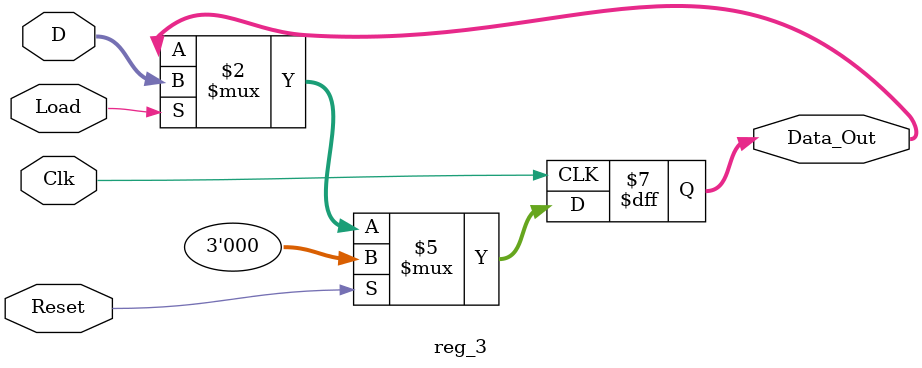
<source format=sv>
module reg_3 ( input						Clk, Reset, Load,
					input					[2:0] D,
					output logic 			[2:0] Data_Out);
					
		always_ff @ (posedge Clk)
		begin
				// Setting the output Q[2..0] of the register to zeros as Reset is pressed
				if(Reset) //notice that this is a synchronous reset
					Data_Out <= 3'b000;
				// Loading D into register when load button is pressed (will eiher be switches or result of sum)
				else if(Load)
					Data_Out <= D;
		end
		
endmodule
</source>
